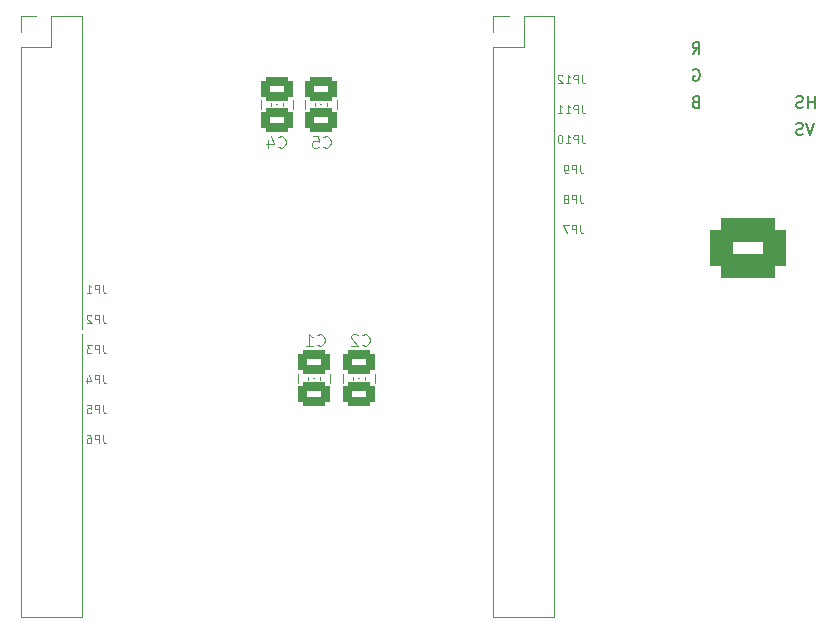
<source format=gbo>
G04 #@! TF.GenerationSoftware,KiCad,Pcbnew,8.0.8*
G04 #@! TF.CreationDate,2025-02-08T14:03:33+10:30*
G04 #@! TF.ProjectId,tt06-vga-interposer,74743036-2d76-4676-912d-696e74657270,rev?*
G04 #@! TF.SameCoordinates,Original*
G04 #@! TF.FileFunction,Legend,Bot*
G04 #@! TF.FilePolarity,Positive*
%FSLAX46Y46*%
G04 Gerber Fmt 4.6, Leading zero omitted, Abs format (unit mm)*
G04 Created by KiCad (PCBNEW 8.0.8) date 2025-02-08 14:03:33*
%MOMM*%
%LPD*%
G01*
G04 APERTURE LIST*
G04 Aperture macros list*
%AMRoundRect*
0 Rectangle with rounded corners*
0 $1 Rounding radius*
0 $2 $3 $4 $5 $6 $7 $8 $9 X,Y pos of 4 corners*
0 Add a 4 corners polygon primitive as box body*
4,1,4,$2,$3,$4,$5,$6,$7,$8,$9,$2,$3,0*
0 Add four circle primitives for the rounded corners*
1,1,$1+$1,$2,$3*
1,1,$1+$1,$4,$5*
1,1,$1+$1,$6,$7*
1,1,$1+$1,$8,$9*
0 Add four rect primitives between the rounded corners*
20,1,$1+$1,$2,$3,$4,$5,0*
20,1,$1+$1,$4,$5,$6,$7,0*
20,1,$1+$1,$6,$7,$8,$9,0*
20,1,$1+$1,$8,$9,$2,$3,0*%
%AMFreePoly0*
4,1,17,-0.500000,0.000000,-0.488573,0.106283,-0.438839,0.239624,-0.353553,0.353553,-0.239624,0.438839,-0.106283,0.488573,0.000000,0.500000,0.500000,0.500000,0.500000,-0.500000,0.000000,-0.500000,-0.106283,-0.488573,-0.239624,-0.438839,-0.353553,-0.353553,-0.438839,-0.239624,-0.488573,-0.106283,-0.500000,0.000000,-0.500000,0.000000,-0.500000,0.000000,$1*%
%AMFreePoly1*
4,1,16,-0.500000,0.500000,0.000000,0.500000,0.106283,0.488573,0.239624,0.438839,0.353553,0.353553,0.438839,0.239624,0.488573,0.106283,0.500000,0.000000,0.488573,-0.106283,0.438839,-0.239624,0.353553,-0.353553,0.239624,-0.438839,0.106283,-0.488573,0.000000,-0.500000,-0.500000,-0.500000,-0.500000,0.500000,-0.500000,0.500000,$1*%
G04 Aperture macros list end*
%ADD10C,0.200000*%
%ADD11C,0.100000*%
%ADD12C,0.120000*%
%ADD13R,1.700000X1.700000*%
%ADD14O,1.700000X1.700000*%
%ADD15RoundRect,1.000000X2.250000X-1.500000X2.250000X1.500000X-2.250000X1.500000X-2.250000X-1.500000X0*%
%ADD16R,1.600000X1.600000*%
%ADD17C,1.600000*%
%ADD18FreePoly0,0.000000*%
%ADD19FreePoly1,0.000000*%
%ADD20RoundRect,0.396226X0.953774X-0.653774X0.953774X0.653774X-0.953774X0.653774X-0.953774X-0.653774X0*%
G04 APERTURE END LIST*
D10*
X141418863Y-56906219D02*
X141085530Y-57906219D01*
X141085530Y-57906219D02*
X140752197Y-56906219D01*
X140466482Y-57858600D02*
X140323625Y-57906219D01*
X140323625Y-57906219D02*
X140085530Y-57906219D01*
X140085530Y-57906219D02*
X139990292Y-57858600D01*
X139990292Y-57858600D02*
X139942673Y-57810980D01*
X139942673Y-57810980D02*
X139895054Y-57715742D01*
X139895054Y-57715742D02*
X139895054Y-57620504D01*
X139895054Y-57620504D02*
X139942673Y-57525266D01*
X139942673Y-57525266D02*
X139990292Y-57477647D01*
X139990292Y-57477647D02*
X140085530Y-57430028D01*
X140085530Y-57430028D02*
X140276006Y-57382409D01*
X140276006Y-57382409D02*
X140371244Y-57334790D01*
X140371244Y-57334790D02*
X140418863Y-57287171D01*
X140418863Y-57287171D02*
X140466482Y-57191933D01*
X140466482Y-57191933D02*
X140466482Y-57096695D01*
X140466482Y-57096695D02*
X140418863Y-57001457D01*
X140418863Y-57001457D02*
X140371244Y-56953838D01*
X140371244Y-56953838D02*
X140276006Y-56906219D01*
X140276006Y-56906219D02*
X140037911Y-56906219D01*
X140037911Y-56906219D02*
X139895054Y-56953838D01*
X131373571Y-55096409D02*
X131230714Y-55144028D01*
X131230714Y-55144028D02*
X131183095Y-55191647D01*
X131183095Y-55191647D02*
X131135476Y-55286885D01*
X131135476Y-55286885D02*
X131135476Y-55429742D01*
X131135476Y-55429742D02*
X131183095Y-55524980D01*
X131183095Y-55524980D02*
X131230714Y-55572600D01*
X131230714Y-55572600D02*
X131325952Y-55620219D01*
X131325952Y-55620219D02*
X131706904Y-55620219D01*
X131706904Y-55620219D02*
X131706904Y-54620219D01*
X131706904Y-54620219D02*
X131373571Y-54620219D01*
X131373571Y-54620219D02*
X131278333Y-54667838D01*
X131278333Y-54667838D02*
X131230714Y-54715457D01*
X131230714Y-54715457D02*
X131183095Y-54810695D01*
X131183095Y-54810695D02*
X131183095Y-54905933D01*
X131183095Y-54905933D02*
X131230714Y-55001171D01*
X131230714Y-55001171D02*
X131278333Y-55048790D01*
X131278333Y-55048790D02*
X131373571Y-55096409D01*
X131373571Y-55096409D02*
X131706904Y-55096409D01*
X131183095Y-52381838D02*
X131278333Y-52334219D01*
X131278333Y-52334219D02*
X131421190Y-52334219D01*
X131421190Y-52334219D02*
X131564047Y-52381838D01*
X131564047Y-52381838D02*
X131659285Y-52477076D01*
X131659285Y-52477076D02*
X131706904Y-52572314D01*
X131706904Y-52572314D02*
X131754523Y-52762790D01*
X131754523Y-52762790D02*
X131754523Y-52905647D01*
X131754523Y-52905647D02*
X131706904Y-53096123D01*
X131706904Y-53096123D02*
X131659285Y-53191361D01*
X131659285Y-53191361D02*
X131564047Y-53286600D01*
X131564047Y-53286600D02*
X131421190Y-53334219D01*
X131421190Y-53334219D02*
X131325952Y-53334219D01*
X131325952Y-53334219D02*
X131183095Y-53286600D01*
X131183095Y-53286600D02*
X131135476Y-53238980D01*
X131135476Y-53238980D02*
X131135476Y-52905647D01*
X131135476Y-52905647D02*
X131325952Y-52905647D01*
X131135476Y-51048219D02*
X131468809Y-50572028D01*
X131706904Y-51048219D02*
X131706904Y-50048219D01*
X131706904Y-50048219D02*
X131325952Y-50048219D01*
X131325952Y-50048219D02*
X131230714Y-50095838D01*
X131230714Y-50095838D02*
X131183095Y-50143457D01*
X131183095Y-50143457D02*
X131135476Y-50238695D01*
X131135476Y-50238695D02*
X131135476Y-50381552D01*
X131135476Y-50381552D02*
X131183095Y-50476790D01*
X131183095Y-50476790D02*
X131230714Y-50524409D01*
X131230714Y-50524409D02*
X131325952Y-50572028D01*
X131325952Y-50572028D02*
X131706904Y-50572028D01*
X141466482Y-55620219D02*
X141466482Y-54620219D01*
X141466482Y-55096409D02*
X140895054Y-55096409D01*
X140895054Y-55620219D02*
X140895054Y-54620219D01*
X140466482Y-55572600D02*
X140323625Y-55620219D01*
X140323625Y-55620219D02*
X140085530Y-55620219D01*
X140085530Y-55620219D02*
X139990292Y-55572600D01*
X139990292Y-55572600D02*
X139942673Y-55524980D01*
X139942673Y-55524980D02*
X139895054Y-55429742D01*
X139895054Y-55429742D02*
X139895054Y-55334504D01*
X139895054Y-55334504D02*
X139942673Y-55239266D01*
X139942673Y-55239266D02*
X139990292Y-55191647D01*
X139990292Y-55191647D02*
X140085530Y-55144028D01*
X140085530Y-55144028D02*
X140276006Y-55096409D01*
X140276006Y-55096409D02*
X140371244Y-55048790D01*
X140371244Y-55048790D02*
X140418863Y-55001171D01*
X140418863Y-55001171D02*
X140466482Y-54905933D01*
X140466482Y-54905933D02*
X140466482Y-54810695D01*
X140466482Y-54810695D02*
X140418863Y-54715457D01*
X140418863Y-54715457D02*
X140371244Y-54667838D01*
X140371244Y-54667838D02*
X140276006Y-54620219D01*
X140276006Y-54620219D02*
X140037911Y-54620219D01*
X140037911Y-54620219D02*
X139895054Y-54667838D01*
D11*
X81228122Y-80771633D02*
X81228122Y-81271633D01*
X81228122Y-81271633D02*
X81261455Y-81371633D01*
X81261455Y-81371633D02*
X81328122Y-81438300D01*
X81328122Y-81438300D02*
X81428122Y-81471633D01*
X81428122Y-81471633D02*
X81494789Y-81471633D01*
X80894789Y-81471633D02*
X80894789Y-80771633D01*
X80894789Y-80771633D02*
X80628122Y-80771633D01*
X80628122Y-80771633D02*
X80561456Y-80804966D01*
X80561456Y-80804966D02*
X80528122Y-80838300D01*
X80528122Y-80838300D02*
X80494789Y-80904966D01*
X80494789Y-80904966D02*
X80494789Y-81004966D01*
X80494789Y-81004966D02*
X80528122Y-81071633D01*
X80528122Y-81071633D02*
X80561456Y-81104966D01*
X80561456Y-81104966D02*
X80628122Y-81138300D01*
X80628122Y-81138300D02*
X80894789Y-81138300D01*
X79861456Y-80771633D02*
X80194789Y-80771633D01*
X80194789Y-80771633D02*
X80228122Y-81104966D01*
X80228122Y-81104966D02*
X80194789Y-81071633D01*
X80194789Y-81071633D02*
X80128122Y-81038300D01*
X80128122Y-81038300D02*
X79961456Y-81038300D01*
X79961456Y-81038300D02*
X79894789Y-81071633D01*
X79894789Y-81071633D02*
X79861456Y-81104966D01*
X79861456Y-81104966D02*
X79828122Y-81171633D01*
X79828122Y-81171633D02*
X79828122Y-81338300D01*
X79828122Y-81338300D02*
X79861456Y-81404966D01*
X79861456Y-81404966D02*
X79894789Y-81438300D01*
X79894789Y-81438300D02*
X79961456Y-81471633D01*
X79961456Y-81471633D02*
X80128122Y-81471633D01*
X80128122Y-81471633D02*
X80194789Y-81438300D01*
X80194789Y-81438300D02*
X80228122Y-81404966D01*
X81228122Y-70611633D02*
X81228122Y-71111633D01*
X81228122Y-71111633D02*
X81261455Y-71211633D01*
X81261455Y-71211633D02*
X81328122Y-71278300D01*
X81328122Y-71278300D02*
X81428122Y-71311633D01*
X81428122Y-71311633D02*
X81494789Y-71311633D01*
X80894789Y-71311633D02*
X80894789Y-70611633D01*
X80894789Y-70611633D02*
X80628122Y-70611633D01*
X80628122Y-70611633D02*
X80561456Y-70644966D01*
X80561456Y-70644966D02*
X80528122Y-70678300D01*
X80528122Y-70678300D02*
X80494789Y-70744966D01*
X80494789Y-70744966D02*
X80494789Y-70844966D01*
X80494789Y-70844966D02*
X80528122Y-70911633D01*
X80528122Y-70911633D02*
X80561456Y-70944966D01*
X80561456Y-70944966D02*
X80628122Y-70978300D01*
X80628122Y-70978300D02*
X80894789Y-70978300D01*
X79828122Y-71311633D02*
X80228122Y-71311633D01*
X80028122Y-71311633D02*
X80028122Y-70611633D01*
X80028122Y-70611633D02*
X80094789Y-70711633D01*
X80094789Y-70711633D02*
X80161456Y-70778300D01*
X80161456Y-70778300D02*
X80228122Y-70811633D01*
X121614122Y-60451633D02*
X121614122Y-60951633D01*
X121614122Y-60951633D02*
X121647455Y-61051633D01*
X121647455Y-61051633D02*
X121714122Y-61118300D01*
X121714122Y-61118300D02*
X121814122Y-61151633D01*
X121814122Y-61151633D02*
X121880789Y-61151633D01*
X121280789Y-61151633D02*
X121280789Y-60451633D01*
X121280789Y-60451633D02*
X121014122Y-60451633D01*
X121014122Y-60451633D02*
X120947456Y-60484966D01*
X120947456Y-60484966D02*
X120914122Y-60518300D01*
X120914122Y-60518300D02*
X120880789Y-60584966D01*
X120880789Y-60584966D02*
X120880789Y-60684966D01*
X120880789Y-60684966D02*
X120914122Y-60751633D01*
X120914122Y-60751633D02*
X120947456Y-60784966D01*
X120947456Y-60784966D02*
X121014122Y-60818300D01*
X121014122Y-60818300D02*
X121280789Y-60818300D01*
X120547456Y-61151633D02*
X120414122Y-61151633D01*
X120414122Y-61151633D02*
X120347456Y-61118300D01*
X120347456Y-61118300D02*
X120314122Y-61084966D01*
X120314122Y-61084966D02*
X120247456Y-60984966D01*
X120247456Y-60984966D02*
X120214122Y-60851633D01*
X120214122Y-60851633D02*
X120214122Y-60584966D01*
X120214122Y-60584966D02*
X120247456Y-60518300D01*
X120247456Y-60518300D02*
X120280789Y-60484966D01*
X120280789Y-60484966D02*
X120347456Y-60451633D01*
X120347456Y-60451633D02*
X120480789Y-60451633D01*
X120480789Y-60451633D02*
X120547456Y-60484966D01*
X120547456Y-60484966D02*
X120580789Y-60518300D01*
X120580789Y-60518300D02*
X120614122Y-60584966D01*
X120614122Y-60584966D02*
X120614122Y-60751633D01*
X120614122Y-60751633D02*
X120580789Y-60818300D01*
X120580789Y-60818300D02*
X120547456Y-60851633D01*
X120547456Y-60851633D02*
X120480789Y-60884966D01*
X120480789Y-60884966D02*
X120347456Y-60884966D01*
X120347456Y-60884966D02*
X120280789Y-60851633D01*
X120280789Y-60851633D02*
X120247456Y-60818300D01*
X120247456Y-60818300D02*
X120214122Y-60751633D01*
X121772789Y-55371633D02*
X121772789Y-55871633D01*
X121772789Y-55871633D02*
X121806122Y-55971633D01*
X121806122Y-55971633D02*
X121872789Y-56038300D01*
X121872789Y-56038300D02*
X121972789Y-56071633D01*
X121972789Y-56071633D02*
X122039456Y-56071633D01*
X121439456Y-56071633D02*
X121439456Y-55371633D01*
X121439456Y-55371633D02*
X121172789Y-55371633D01*
X121172789Y-55371633D02*
X121106123Y-55404966D01*
X121106123Y-55404966D02*
X121072789Y-55438300D01*
X121072789Y-55438300D02*
X121039456Y-55504966D01*
X121039456Y-55504966D02*
X121039456Y-55604966D01*
X121039456Y-55604966D02*
X121072789Y-55671633D01*
X121072789Y-55671633D02*
X121106123Y-55704966D01*
X121106123Y-55704966D02*
X121172789Y-55738300D01*
X121172789Y-55738300D02*
X121439456Y-55738300D01*
X120372789Y-56071633D02*
X120772789Y-56071633D01*
X120572789Y-56071633D02*
X120572789Y-55371633D01*
X120572789Y-55371633D02*
X120639456Y-55471633D01*
X120639456Y-55471633D02*
X120706123Y-55538300D01*
X120706123Y-55538300D02*
X120772789Y-55571633D01*
X119706122Y-56071633D02*
X120106122Y-56071633D01*
X119906122Y-56071633D02*
X119906122Y-55371633D01*
X119906122Y-55371633D02*
X119972789Y-55471633D01*
X119972789Y-55471633D02*
X120039456Y-55538300D01*
X120039456Y-55538300D02*
X120106122Y-55571633D01*
X96051666Y-58909180D02*
X96099285Y-58956800D01*
X96099285Y-58956800D02*
X96242142Y-59004419D01*
X96242142Y-59004419D02*
X96337380Y-59004419D01*
X96337380Y-59004419D02*
X96480237Y-58956800D01*
X96480237Y-58956800D02*
X96575475Y-58861561D01*
X96575475Y-58861561D02*
X96623094Y-58766323D01*
X96623094Y-58766323D02*
X96670713Y-58575847D01*
X96670713Y-58575847D02*
X96670713Y-58432990D01*
X96670713Y-58432990D02*
X96623094Y-58242514D01*
X96623094Y-58242514D02*
X96575475Y-58147276D01*
X96575475Y-58147276D02*
X96480237Y-58052038D01*
X96480237Y-58052038D02*
X96337380Y-58004419D01*
X96337380Y-58004419D02*
X96242142Y-58004419D01*
X96242142Y-58004419D02*
X96099285Y-58052038D01*
X96099285Y-58052038D02*
X96051666Y-58099657D01*
X95194523Y-58337752D02*
X95194523Y-59004419D01*
X95432618Y-57956800D02*
X95670713Y-58671085D01*
X95670713Y-58671085D02*
X95051666Y-58671085D01*
X81228122Y-75691633D02*
X81228122Y-76191633D01*
X81228122Y-76191633D02*
X81261455Y-76291633D01*
X81261455Y-76291633D02*
X81328122Y-76358300D01*
X81328122Y-76358300D02*
X81428122Y-76391633D01*
X81428122Y-76391633D02*
X81494789Y-76391633D01*
X80894789Y-76391633D02*
X80894789Y-75691633D01*
X80894789Y-75691633D02*
X80628122Y-75691633D01*
X80628122Y-75691633D02*
X80561456Y-75724966D01*
X80561456Y-75724966D02*
X80528122Y-75758300D01*
X80528122Y-75758300D02*
X80494789Y-75824966D01*
X80494789Y-75824966D02*
X80494789Y-75924966D01*
X80494789Y-75924966D02*
X80528122Y-75991633D01*
X80528122Y-75991633D02*
X80561456Y-76024966D01*
X80561456Y-76024966D02*
X80628122Y-76058300D01*
X80628122Y-76058300D02*
X80894789Y-76058300D01*
X80261456Y-75691633D02*
X79828122Y-75691633D01*
X79828122Y-75691633D02*
X80061456Y-75958300D01*
X80061456Y-75958300D02*
X79961456Y-75958300D01*
X79961456Y-75958300D02*
X79894789Y-75991633D01*
X79894789Y-75991633D02*
X79861456Y-76024966D01*
X79861456Y-76024966D02*
X79828122Y-76091633D01*
X79828122Y-76091633D02*
X79828122Y-76258300D01*
X79828122Y-76258300D02*
X79861456Y-76324966D01*
X79861456Y-76324966D02*
X79894789Y-76358300D01*
X79894789Y-76358300D02*
X79961456Y-76391633D01*
X79961456Y-76391633D02*
X80161456Y-76391633D01*
X80161456Y-76391633D02*
X80228122Y-76358300D01*
X80228122Y-76358300D02*
X80261456Y-76324966D01*
X121614122Y-65531633D02*
X121614122Y-66031633D01*
X121614122Y-66031633D02*
X121647455Y-66131633D01*
X121647455Y-66131633D02*
X121714122Y-66198300D01*
X121714122Y-66198300D02*
X121814122Y-66231633D01*
X121814122Y-66231633D02*
X121880789Y-66231633D01*
X121280789Y-66231633D02*
X121280789Y-65531633D01*
X121280789Y-65531633D02*
X121014122Y-65531633D01*
X121014122Y-65531633D02*
X120947456Y-65564966D01*
X120947456Y-65564966D02*
X120914122Y-65598300D01*
X120914122Y-65598300D02*
X120880789Y-65664966D01*
X120880789Y-65664966D02*
X120880789Y-65764966D01*
X120880789Y-65764966D02*
X120914122Y-65831633D01*
X120914122Y-65831633D02*
X120947456Y-65864966D01*
X120947456Y-65864966D02*
X121014122Y-65898300D01*
X121014122Y-65898300D02*
X121280789Y-65898300D01*
X120647456Y-65531633D02*
X120180789Y-65531633D01*
X120180789Y-65531633D02*
X120480789Y-66231633D01*
X121772789Y-57911633D02*
X121772789Y-58411633D01*
X121772789Y-58411633D02*
X121806122Y-58511633D01*
X121806122Y-58511633D02*
X121872789Y-58578300D01*
X121872789Y-58578300D02*
X121972789Y-58611633D01*
X121972789Y-58611633D02*
X122039456Y-58611633D01*
X121439456Y-58611633D02*
X121439456Y-57911633D01*
X121439456Y-57911633D02*
X121172789Y-57911633D01*
X121172789Y-57911633D02*
X121106123Y-57944966D01*
X121106123Y-57944966D02*
X121072789Y-57978300D01*
X121072789Y-57978300D02*
X121039456Y-58044966D01*
X121039456Y-58044966D02*
X121039456Y-58144966D01*
X121039456Y-58144966D02*
X121072789Y-58211633D01*
X121072789Y-58211633D02*
X121106123Y-58244966D01*
X121106123Y-58244966D02*
X121172789Y-58278300D01*
X121172789Y-58278300D02*
X121439456Y-58278300D01*
X120372789Y-58611633D02*
X120772789Y-58611633D01*
X120572789Y-58611633D02*
X120572789Y-57911633D01*
X120572789Y-57911633D02*
X120639456Y-58011633D01*
X120639456Y-58011633D02*
X120706123Y-58078300D01*
X120706123Y-58078300D02*
X120772789Y-58111633D01*
X119939456Y-57911633D02*
X119872789Y-57911633D01*
X119872789Y-57911633D02*
X119806122Y-57944966D01*
X119806122Y-57944966D02*
X119772789Y-57978300D01*
X119772789Y-57978300D02*
X119739456Y-58044966D01*
X119739456Y-58044966D02*
X119706122Y-58178300D01*
X119706122Y-58178300D02*
X119706122Y-58344966D01*
X119706122Y-58344966D02*
X119739456Y-58478300D01*
X119739456Y-58478300D02*
X119772789Y-58544966D01*
X119772789Y-58544966D02*
X119806122Y-58578300D01*
X119806122Y-58578300D02*
X119872789Y-58611633D01*
X119872789Y-58611633D02*
X119939456Y-58611633D01*
X119939456Y-58611633D02*
X120006122Y-58578300D01*
X120006122Y-58578300D02*
X120039456Y-58544966D01*
X120039456Y-58544966D02*
X120072789Y-58478300D01*
X120072789Y-58478300D02*
X120106122Y-58344966D01*
X120106122Y-58344966D02*
X120106122Y-58178300D01*
X120106122Y-58178300D02*
X120072789Y-58044966D01*
X120072789Y-58044966D02*
X120039456Y-57978300D01*
X120039456Y-57978300D02*
X120006122Y-57944966D01*
X120006122Y-57944966D02*
X119939456Y-57911633D01*
X121772789Y-52831633D02*
X121772789Y-53331633D01*
X121772789Y-53331633D02*
X121806122Y-53431633D01*
X121806122Y-53431633D02*
X121872789Y-53498300D01*
X121872789Y-53498300D02*
X121972789Y-53531633D01*
X121972789Y-53531633D02*
X122039456Y-53531633D01*
X121439456Y-53531633D02*
X121439456Y-52831633D01*
X121439456Y-52831633D02*
X121172789Y-52831633D01*
X121172789Y-52831633D02*
X121106123Y-52864966D01*
X121106123Y-52864966D02*
X121072789Y-52898300D01*
X121072789Y-52898300D02*
X121039456Y-52964966D01*
X121039456Y-52964966D02*
X121039456Y-53064966D01*
X121039456Y-53064966D02*
X121072789Y-53131633D01*
X121072789Y-53131633D02*
X121106123Y-53164966D01*
X121106123Y-53164966D02*
X121172789Y-53198300D01*
X121172789Y-53198300D02*
X121439456Y-53198300D01*
X120372789Y-53531633D02*
X120772789Y-53531633D01*
X120572789Y-53531633D02*
X120572789Y-52831633D01*
X120572789Y-52831633D02*
X120639456Y-52931633D01*
X120639456Y-52931633D02*
X120706123Y-52998300D01*
X120706123Y-52998300D02*
X120772789Y-53031633D01*
X120106122Y-52898300D02*
X120072789Y-52864966D01*
X120072789Y-52864966D02*
X120006122Y-52831633D01*
X120006122Y-52831633D02*
X119839456Y-52831633D01*
X119839456Y-52831633D02*
X119772789Y-52864966D01*
X119772789Y-52864966D02*
X119739456Y-52898300D01*
X119739456Y-52898300D02*
X119706122Y-52964966D01*
X119706122Y-52964966D02*
X119706122Y-53031633D01*
X119706122Y-53031633D02*
X119739456Y-53131633D01*
X119739456Y-53131633D02*
X120139456Y-53531633D01*
X120139456Y-53531633D02*
X119706122Y-53531633D01*
X81228122Y-83311633D02*
X81228122Y-83811633D01*
X81228122Y-83811633D02*
X81261455Y-83911633D01*
X81261455Y-83911633D02*
X81328122Y-83978300D01*
X81328122Y-83978300D02*
X81428122Y-84011633D01*
X81428122Y-84011633D02*
X81494789Y-84011633D01*
X80894789Y-84011633D02*
X80894789Y-83311633D01*
X80894789Y-83311633D02*
X80628122Y-83311633D01*
X80628122Y-83311633D02*
X80561456Y-83344966D01*
X80561456Y-83344966D02*
X80528122Y-83378300D01*
X80528122Y-83378300D02*
X80494789Y-83444966D01*
X80494789Y-83444966D02*
X80494789Y-83544966D01*
X80494789Y-83544966D02*
X80528122Y-83611633D01*
X80528122Y-83611633D02*
X80561456Y-83644966D01*
X80561456Y-83644966D02*
X80628122Y-83678300D01*
X80628122Y-83678300D02*
X80894789Y-83678300D01*
X79894789Y-83311633D02*
X80028122Y-83311633D01*
X80028122Y-83311633D02*
X80094789Y-83344966D01*
X80094789Y-83344966D02*
X80128122Y-83378300D01*
X80128122Y-83378300D02*
X80194789Y-83478300D01*
X80194789Y-83478300D02*
X80228122Y-83611633D01*
X80228122Y-83611633D02*
X80228122Y-83878300D01*
X80228122Y-83878300D02*
X80194789Y-83944966D01*
X80194789Y-83944966D02*
X80161456Y-83978300D01*
X80161456Y-83978300D02*
X80094789Y-84011633D01*
X80094789Y-84011633D02*
X79961456Y-84011633D01*
X79961456Y-84011633D02*
X79894789Y-83978300D01*
X79894789Y-83978300D02*
X79861456Y-83944966D01*
X79861456Y-83944966D02*
X79828122Y-83878300D01*
X79828122Y-83878300D02*
X79828122Y-83711633D01*
X79828122Y-83711633D02*
X79861456Y-83644966D01*
X79861456Y-83644966D02*
X79894789Y-83611633D01*
X79894789Y-83611633D02*
X79961456Y-83578300D01*
X79961456Y-83578300D02*
X80094789Y-83578300D01*
X80094789Y-83578300D02*
X80161456Y-83611633D01*
X80161456Y-83611633D02*
X80194789Y-83644966D01*
X80194789Y-83644966D02*
X80228122Y-83711633D01*
X121614122Y-62991633D02*
X121614122Y-63491633D01*
X121614122Y-63491633D02*
X121647455Y-63591633D01*
X121647455Y-63591633D02*
X121714122Y-63658300D01*
X121714122Y-63658300D02*
X121814122Y-63691633D01*
X121814122Y-63691633D02*
X121880789Y-63691633D01*
X121280789Y-63691633D02*
X121280789Y-62991633D01*
X121280789Y-62991633D02*
X121014122Y-62991633D01*
X121014122Y-62991633D02*
X120947456Y-63024966D01*
X120947456Y-63024966D02*
X120914122Y-63058300D01*
X120914122Y-63058300D02*
X120880789Y-63124966D01*
X120880789Y-63124966D02*
X120880789Y-63224966D01*
X120880789Y-63224966D02*
X120914122Y-63291633D01*
X120914122Y-63291633D02*
X120947456Y-63324966D01*
X120947456Y-63324966D02*
X121014122Y-63358300D01*
X121014122Y-63358300D02*
X121280789Y-63358300D01*
X120480789Y-63291633D02*
X120547456Y-63258300D01*
X120547456Y-63258300D02*
X120580789Y-63224966D01*
X120580789Y-63224966D02*
X120614122Y-63158300D01*
X120614122Y-63158300D02*
X120614122Y-63124966D01*
X120614122Y-63124966D02*
X120580789Y-63058300D01*
X120580789Y-63058300D02*
X120547456Y-63024966D01*
X120547456Y-63024966D02*
X120480789Y-62991633D01*
X120480789Y-62991633D02*
X120347456Y-62991633D01*
X120347456Y-62991633D02*
X120280789Y-63024966D01*
X120280789Y-63024966D02*
X120247456Y-63058300D01*
X120247456Y-63058300D02*
X120214122Y-63124966D01*
X120214122Y-63124966D02*
X120214122Y-63158300D01*
X120214122Y-63158300D02*
X120247456Y-63224966D01*
X120247456Y-63224966D02*
X120280789Y-63258300D01*
X120280789Y-63258300D02*
X120347456Y-63291633D01*
X120347456Y-63291633D02*
X120480789Y-63291633D01*
X120480789Y-63291633D02*
X120547456Y-63324966D01*
X120547456Y-63324966D02*
X120580789Y-63358300D01*
X120580789Y-63358300D02*
X120614122Y-63424966D01*
X120614122Y-63424966D02*
X120614122Y-63558300D01*
X120614122Y-63558300D02*
X120580789Y-63624966D01*
X120580789Y-63624966D02*
X120547456Y-63658300D01*
X120547456Y-63658300D02*
X120480789Y-63691633D01*
X120480789Y-63691633D02*
X120347456Y-63691633D01*
X120347456Y-63691633D02*
X120280789Y-63658300D01*
X120280789Y-63658300D02*
X120247456Y-63624966D01*
X120247456Y-63624966D02*
X120214122Y-63558300D01*
X120214122Y-63558300D02*
X120214122Y-63424966D01*
X120214122Y-63424966D02*
X120247456Y-63358300D01*
X120247456Y-63358300D02*
X120280789Y-63324966D01*
X120280789Y-63324966D02*
X120347456Y-63291633D01*
X81228122Y-78231633D02*
X81228122Y-78731633D01*
X81228122Y-78731633D02*
X81261455Y-78831633D01*
X81261455Y-78831633D02*
X81328122Y-78898300D01*
X81328122Y-78898300D02*
X81428122Y-78931633D01*
X81428122Y-78931633D02*
X81494789Y-78931633D01*
X80894789Y-78931633D02*
X80894789Y-78231633D01*
X80894789Y-78231633D02*
X80628122Y-78231633D01*
X80628122Y-78231633D02*
X80561456Y-78264966D01*
X80561456Y-78264966D02*
X80528122Y-78298300D01*
X80528122Y-78298300D02*
X80494789Y-78364966D01*
X80494789Y-78364966D02*
X80494789Y-78464966D01*
X80494789Y-78464966D02*
X80528122Y-78531633D01*
X80528122Y-78531633D02*
X80561456Y-78564966D01*
X80561456Y-78564966D02*
X80628122Y-78598300D01*
X80628122Y-78598300D02*
X80894789Y-78598300D01*
X79894789Y-78464966D02*
X79894789Y-78931633D01*
X80061456Y-78198300D02*
X80228122Y-78698300D01*
X80228122Y-78698300D02*
X79794789Y-78698300D01*
X103163666Y-75673180D02*
X103211285Y-75720800D01*
X103211285Y-75720800D02*
X103354142Y-75768419D01*
X103354142Y-75768419D02*
X103449380Y-75768419D01*
X103449380Y-75768419D02*
X103592237Y-75720800D01*
X103592237Y-75720800D02*
X103687475Y-75625561D01*
X103687475Y-75625561D02*
X103735094Y-75530323D01*
X103735094Y-75530323D02*
X103782713Y-75339847D01*
X103782713Y-75339847D02*
X103782713Y-75196990D01*
X103782713Y-75196990D02*
X103735094Y-75006514D01*
X103735094Y-75006514D02*
X103687475Y-74911276D01*
X103687475Y-74911276D02*
X103592237Y-74816038D01*
X103592237Y-74816038D02*
X103449380Y-74768419D01*
X103449380Y-74768419D02*
X103354142Y-74768419D01*
X103354142Y-74768419D02*
X103211285Y-74816038D01*
X103211285Y-74816038D02*
X103163666Y-74863657D01*
X102782713Y-74863657D02*
X102735094Y-74816038D01*
X102735094Y-74816038D02*
X102639856Y-74768419D01*
X102639856Y-74768419D02*
X102401761Y-74768419D01*
X102401761Y-74768419D02*
X102306523Y-74816038D01*
X102306523Y-74816038D02*
X102258904Y-74863657D01*
X102258904Y-74863657D02*
X102211285Y-74958895D01*
X102211285Y-74958895D02*
X102211285Y-75054133D01*
X102211285Y-75054133D02*
X102258904Y-75196990D01*
X102258904Y-75196990D02*
X102830332Y-75768419D01*
X102830332Y-75768419D02*
X102211285Y-75768419D01*
X99353666Y-75673180D02*
X99401285Y-75720800D01*
X99401285Y-75720800D02*
X99544142Y-75768419D01*
X99544142Y-75768419D02*
X99639380Y-75768419D01*
X99639380Y-75768419D02*
X99782237Y-75720800D01*
X99782237Y-75720800D02*
X99877475Y-75625561D01*
X99877475Y-75625561D02*
X99925094Y-75530323D01*
X99925094Y-75530323D02*
X99972713Y-75339847D01*
X99972713Y-75339847D02*
X99972713Y-75196990D01*
X99972713Y-75196990D02*
X99925094Y-75006514D01*
X99925094Y-75006514D02*
X99877475Y-74911276D01*
X99877475Y-74911276D02*
X99782237Y-74816038D01*
X99782237Y-74816038D02*
X99639380Y-74768419D01*
X99639380Y-74768419D02*
X99544142Y-74768419D01*
X99544142Y-74768419D02*
X99401285Y-74816038D01*
X99401285Y-74816038D02*
X99353666Y-74863657D01*
X98401285Y-75768419D02*
X98972713Y-75768419D01*
X98686999Y-75768419D02*
X98686999Y-74768419D01*
X98686999Y-74768419D02*
X98782237Y-74911276D01*
X98782237Y-74911276D02*
X98877475Y-75006514D01*
X98877475Y-75006514D02*
X98972713Y-75054133D01*
X99861666Y-58909180D02*
X99909285Y-58956800D01*
X99909285Y-58956800D02*
X100052142Y-59004419D01*
X100052142Y-59004419D02*
X100147380Y-59004419D01*
X100147380Y-59004419D02*
X100290237Y-58956800D01*
X100290237Y-58956800D02*
X100385475Y-58861561D01*
X100385475Y-58861561D02*
X100433094Y-58766323D01*
X100433094Y-58766323D02*
X100480713Y-58575847D01*
X100480713Y-58575847D02*
X100480713Y-58432990D01*
X100480713Y-58432990D02*
X100433094Y-58242514D01*
X100433094Y-58242514D02*
X100385475Y-58147276D01*
X100385475Y-58147276D02*
X100290237Y-58052038D01*
X100290237Y-58052038D02*
X100147380Y-58004419D01*
X100147380Y-58004419D02*
X100052142Y-58004419D01*
X100052142Y-58004419D02*
X99909285Y-58052038D01*
X99909285Y-58052038D02*
X99861666Y-58099657D01*
X98956904Y-58004419D02*
X99433094Y-58004419D01*
X99433094Y-58004419D02*
X99480713Y-58480609D01*
X99480713Y-58480609D02*
X99433094Y-58432990D01*
X99433094Y-58432990D02*
X99337856Y-58385371D01*
X99337856Y-58385371D02*
X99099761Y-58385371D01*
X99099761Y-58385371D02*
X99004523Y-58432990D01*
X99004523Y-58432990D02*
X98956904Y-58480609D01*
X98956904Y-58480609D02*
X98909285Y-58575847D01*
X98909285Y-58575847D02*
X98909285Y-58813942D01*
X98909285Y-58813942D02*
X98956904Y-58909180D01*
X98956904Y-58909180D02*
X99004523Y-58956800D01*
X99004523Y-58956800D02*
X99099761Y-59004419D01*
X99099761Y-59004419D02*
X99337856Y-59004419D01*
X99337856Y-59004419D02*
X99433094Y-58956800D01*
X99433094Y-58956800D02*
X99480713Y-58909180D01*
X81228122Y-73151633D02*
X81228122Y-73651633D01*
X81228122Y-73651633D02*
X81261455Y-73751633D01*
X81261455Y-73751633D02*
X81328122Y-73818300D01*
X81328122Y-73818300D02*
X81428122Y-73851633D01*
X81428122Y-73851633D02*
X81494789Y-73851633D01*
X80894789Y-73851633D02*
X80894789Y-73151633D01*
X80894789Y-73151633D02*
X80628122Y-73151633D01*
X80628122Y-73151633D02*
X80561456Y-73184966D01*
X80561456Y-73184966D02*
X80528122Y-73218300D01*
X80528122Y-73218300D02*
X80494789Y-73284966D01*
X80494789Y-73284966D02*
X80494789Y-73384966D01*
X80494789Y-73384966D02*
X80528122Y-73451633D01*
X80528122Y-73451633D02*
X80561456Y-73484966D01*
X80561456Y-73484966D02*
X80628122Y-73518300D01*
X80628122Y-73518300D02*
X80894789Y-73518300D01*
X80228122Y-73218300D02*
X80194789Y-73184966D01*
X80194789Y-73184966D02*
X80128122Y-73151633D01*
X80128122Y-73151633D02*
X79961456Y-73151633D01*
X79961456Y-73151633D02*
X79894789Y-73184966D01*
X79894789Y-73184966D02*
X79861456Y-73218300D01*
X79861456Y-73218300D02*
X79828122Y-73284966D01*
X79828122Y-73284966D02*
X79828122Y-73351633D01*
X79828122Y-73351633D02*
X79861456Y-73451633D01*
X79861456Y-73451633D02*
X80261456Y-73851633D01*
X80261456Y-73851633D02*
X79828122Y-73851633D01*
D12*
X94557000Y-54955000D02*
X94557000Y-55695000D01*
X95397000Y-55178733D02*
X95397000Y-55471267D01*
X96417000Y-55178733D02*
X96417000Y-55471267D01*
X97277000Y-54955000D02*
X97277000Y-55695000D01*
D11*
X95967000Y-55325000D02*
G75*
G02*
X95867000Y-55325000I-50000J0D01*
G01*
X95867000Y-55325000D02*
G75*
G02*
X95967000Y-55325000I50000J0D01*
G01*
D12*
X114235000Y-47819000D02*
X115565000Y-47819000D01*
X114235000Y-49149000D02*
X114235000Y-47819000D01*
X114235000Y-50419000D02*
X116835000Y-50419000D01*
X114235000Y-98739000D02*
X114235000Y-50419000D01*
X114235000Y-98739000D02*
X119435000Y-98739000D01*
X116835000Y-47819000D02*
X119435000Y-47819000D01*
X116835000Y-50419000D02*
X116835000Y-47819000D01*
X119435000Y-98739000D02*
X119435000Y-47819000D01*
X101510000Y-78144000D02*
X101510000Y-78884000D01*
X102350000Y-78367733D02*
X102350000Y-78660267D01*
X103370000Y-78367733D02*
X103370000Y-78660267D01*
X104230000Y-78144000D02*
X104230000Y-78884000D01*
D11*
X102920000Y-78514000D02*
G75*
G02*
X102820000Y-78514000I-50000J0D01*
G01*
X102820000Y-78514000D02*
G75*
G02*
X102920000Y-78514000I50000J0D01*
G01*
D12*
X97700000Y-78144000D02*
X97700000Y-78884000D01*
X98540000Y-78367733D02*
X98540000Y-78660267D01*
X99560000Y-78367733D02*
X99560000Y-78660267D01*
X100420000Y-78144000D02*
X100420000Y-78884000D01*
D11*
X99110000Y-78514000D02*
G75*
G02*
X99010000Y-78514000I-50000J0D01*
G01*
X99010000Y-78514000D02*
G75*
G02*
X99110000Y-78514000I50000J0D01*
G01*
D12*
X74235000Y-47819000D02*
X75565000Y-47819000D01*
X74235000Y-49149000D02*
X74235000Y-47819000D01*
X74235000Y-50419000D02*
X76835000Y-50419000D01*
X74235000Y-98739000D02*
X74235000Y-50419000D01*
X74235000Y-98739000D02*
X79435000Y-98739000D01*
X76835000Y-47819000D02*
X79435000Y-47819000D01*
X76835000Y-50419000D02*
X76835000Y-47819000D01*
X79435000Y-98739000D02*
X79435000Y-47819000D01*
X98335000Y-54955000D02*
X98335000Y-55695000D01*
X99175000Y-55178733D02*
X99175000Y-55471267D01*
X100195000Y-55178733D02*
X100195000Y-55471267D01*
X101055000Y-54955000D02*
X101055000Y-55695000D01*
D11*
X99745000Y-55325000D02*
G75*
G02*
X99645000Y-55325000I-50000J0D01*
G01*
X99645000Y-55325000D02*
G75*
G02*
X99745000Y-55325000I50000J0D01*
G01*
%LPC*%
G36*
X80495000Y-82669000D02*
G01*
X80795000Y-82669000D01*
X80795000Y-81669000D01*
X80495000Y-81669000D01*
X80495000Y-82669000D01*
G37*
G36*
X80495000Y-72509000D02*
G01*
X80795000Y-72509000D01*
X80795000Y-71509000D01*
X80495000Y-71509000D01*
X80495000Y-72509000D01*
G37*
G36*
X120500000Y-62349000D02*
G01*
X120800000Y-62349000D01*
X120800000Y-61349000D01*
X120500000Y-61349000D01*
X120500000Y-62349000D01*
G37*
G36*
X120500000Y-57269000D02*
G01*
X120800000Y-57269000D01*
X120800000Y-56269000D01*
X120500000Y-56269000D01*
X120500000Y-57269000D01*
G37*
G36*
X80495000Y-77589000D02*
G01*
X80795000Y-77589000D01*
X80795000Y-76589000D01*
X80495000Y-76589000D01*
X80495000Y-77589000D01*
G37*
G36*
X120500000Y-67429000D02*
G01*
X120800000Y-67429000D01*
X120800000Y-66429000D01*
X120500000Y-66429000D01*
X120500000Y-67429000D01*
G37*
G36*
X120500000Y-59809000D02*
G01*
X120800000Y-59809000D01*
X120800000Y-58809000D01*
X120500000Y-58809000D01*
X120500000Y-59809000D01*
G37*
G36*
X120500000Y-54729000D02*
G01*
X120800000Y-54729000D01*
X120800000Y-53729000D01*
X120500000Y-53729000D01*
X120500000Y-54729000D01*
G37*
G36*
X80495000Y-85209000D02*
G01*
X80795000Y-85209000D01*
X80795000Y-84209000D01*
X80495000Y-84209000D01*
X80495000Y-85209000D01*
G37*
G36*
X120500000Y-64889000D02*
G01*
X120800000Y-64889000D01*
X120800000Y-63889000D01*
X120500000Y-63889000D01*
X120500000Y-64889000D01*
G37*
G36*
X80495000Y-80129000D02*
G01*
X80795000Y-80129000D01*
X80795000Y-79129000D01*
X80495000Y-79129000D01*
X80495000Y-80129000D01*
G37*
G36*
X80480000Y-75049000D02*
G01*
X80780000Y-75049000D01*
X80780000Y-74049000D01*
X80480000Y-74049000D01*
X80480000Y-75049000D01*
G37*
D13*
X99060000Y-84836000D03*
X109347000Y-61849000D03*
D14*
X106807000Y-61849000D03*
D13*
X75565000Y-44069000D03*
D14*
X78105000Y-44069000D03*
X80645000Y-44069000D03*
X83185000Y-44069000D03*
D13*
X104780000Y-94869000D03*
D14*
X104780000Y-97409000D03*
X102240000Y-94869000D03*
X102240000Y-97409000D03*
X99700000Y-94869000D03*
X99700000Y-97409000D03*
X97160000Y-94869000D03*
X97160000Y-97409000D03*
X94620000Y-94869000D03*
X94620000Y-97409000D03*
X92080000Y-94869000D03*
X92080000Y-97409000D03*
X89540000Y-94869000D03*
X89540000Y-97409000D03*
D13*
X101727000Y-60833000D03*
D14*
X99187000Y-60833000D03*
D13*
X89535000Y-45593000D03*
D14*
X89535000Y-43053000D03*
X92075000Y-45593000D03*
X92075000Y-43053000D03*
X94615000Y-45593000D03*
X94615000Y-43053000D03*
X97155000Y-45593000D03*
X97155000Y-43053000D03*
X99695000Y-45593000D03*
X99695000Y-43053000D03*
X102235000Y-45593000D03*
X102235000Y-43053000D03*
X104775000Y-45593000D03*
X104775000Y-43053000D03*
X107315000Y-45593000D03*
X107315000Y-43053000D03*
X109855000Y-45593000D03*
X109855000Y-43053000D03*
D13*
X102870000Y-84836000D03*
X114427000Y-44069000D03*
D14*
X116967000Y-44069000D03*
X119507000Y-44069000D03*
X122047000Y-44069000D03*
D13*
X123185000Y-49149000D03*
D14*
X125725000Y-49149000D03*
X123185000Y-51689000D03*
X125725000Y-51689000D03*
X123185000Y-54229000D03*
X125725000Y-54229000D03*
X123185000Y-56769000D03*
X125725000Y-56769000D03*
X123185000Y-59309000D03*
X125725000Y-59309000D03*
X123185000Y-61849000D03*
X125725000Y-61849000D03*
X123185000Y-64389000D03*
X125725000Y-64389000D03*
X123185000Y-66929000D03*
X125725000Y-66929000D03*
X123185000Y-69469000D03*
X125725000Y-69469000D03*
X123185000Y-72009000D03*
X125725000Y-72009000D03*
X123185000Y-74549000D03*
X125725000Y-74549000D03*
X123185000Y-77089000D03*
X125725000Y-77089000D03*
X123185000Y-79629000D03*
X125725000Y-79629000D03*
X123185000Y-82169000D03*
X125725000Y-82169000D03*
X123185000Y-84709000D03*
X125725000Y-84709000D03*
X123185000Y-87249000D03*
X125725000Y-87249000D03*
X123185000Y-89789000D03*
X125725000Y-89789000D03*
X123185000Y-92329000D03*
X125725000Y-92329000D03*
X123185000Y-94869000D03*
X125725000Y-94869000D03*
X123185000Y-97409000D03*
X125725000Y-97409000D03*
D13*
X83185000Y-49149000D03*
D14*
X85725000Y-49149000D03*
X83185000Y-51689000D03*
X85725000Y-51689000D03*
X83185000Y-54229000D03*
X85725000Y-54229000D03*
X83185000Y-56769000D03*
X85725000Y-56769000D03*
X83185000Y-59309000D03*
X85725000Y-59309000D03*
X83185000Y-61849000D03*
X85725000Y-61849000D03*
X83185000Y-64389000D03*
X85725000Y-64389000D03*
X83185000Y-66929000D03*
X85725000Y-66929000D03*
X83185000Y-69469000D03*
X85725000Y-69469000D03*
X83185000Y-72009000D03*
X85725000Y-72009000D03*
X83185000Y-74549000D03*
X85725000Y-74549000D03*
X83185000Y-77089000D03*
X85725000Y-77089000D03*
X83185000Y-79629000D03*
X85725000Y-79629000D03*
X83185000Y-82169000D03*
X85725000Y-82169000D03*
X83185000Y-84709000D03*
X85725000Y-84709000D03*
X83185000Y-87249000D03*
X85725000Y-87249000D03*
X83185000Y-89789000D03*
X85725000Y-89789000D03*
X83185000Y-92329000D03*
X85725000Y-92329000D03*
X83185000Y-94869000D03*
X85725000Y-94869000D03*
X83185000Y-97409000D03*
X85725000Y-97409000D03*
D13*
X109855000Y-77724000D03*
D14*
X107315000Y-77724000D03*
D13*
X95250000Y-84836000D03*
D15*
X135833000Y-67474000D03*
X135833000Y-42474000D03*
D16*
X133223000Y-50659000D03*
D17*
X133223000Y-52949000D03*
X133223000Y-55239000D03*
X133223000Y-57529000D03*
X133223000Y-59819000D03*
X135763000Y-49514000D03*
X135763000Y-51804000D03*
X135763000Y-54094000D03*
X135763000Y-56384000D03*
X135763000Y-58674000D03*
X138303000Y-50659000D03*
X138303000Y-52949000D03*
X138303000Y-55239000D03*
X138303000Y-57529000D03*
X138303000Y-59819000D03*
D18*
X79995000Y-82169000D03*
D19*
X81295000Y-82169000D03*
D18*
X79995000Y-72009000D03*
D19*
X81295000Y-72009000D03*
D18*
X120000000Y-61849000D03*
D19*
X121300000Y-61849000D03*
D18*
X120000000Y-56769000D03*
D19*
X121300000Y-56769000D03*
D20*
X95917000Y-56675000D03*
X95917000Y-53975000D03*
D18*
X79995000Y-77089000D03*
D19*
X81295000Y-77089000D03*
D18*
X120000000Y-66929000D03*
D19*
X121300000Y-66929000D03*
D13*
X115565000Y-49149000D03*
D14*
X118105000Y-49149000D03*
X115565000Y-51689000D03*
X118105000Y-51689000D03*
X115565000Y-54229000D03*
X118105000Y-54229000D03*
X115565000Y-56769000D03*
X118105000Y-56769000D03*
X115565000Y-59309000D03*
X118105000Y-59309000D03*
X115565000Y-61849000D03*
X118105000Y-61849000D03*
X115565000Y-64389000D03*
X118105000Y-64389000D03*
X115565000Y-66929000D03*
X118105000Y-66929000D03*
X115565000Y-69469000D03*
X118105000Y-69469000D03*
X115565000Y-72009000D03*
X118105000Y-72009000D03*
X115565000Y-74549000D03*
X118105000Y-74549000D03*
X115565000Y-77089000D03*
X118105000Y-77089000D03*
X115565000Y-79629000D03*
X118105000Y-79629000D03*
X115565000Y-82169000D03*
X118105000Y-82169000D03*
X115565000Y-84709000D03*
X118105000Y-84709000D03*
X115565000Y-87249000D03*
X118105000Y-87249000D03*
X115565000Y-89789000D03*
X118105000Y-89789000D03*
X115565000Y-92329000D03*
X118105000Y-92329000D03*
X115565000Y-94869000D03*
X118105000Y-94869000D03*
X115565000Y-97409000D03*
X118105000Y-97409000D03*
D18*
X120000000Y-59309000D03*
D19*
X121300000Y-59309000D03*
D18*
X120000000Y-54229000D03*
D19*
X121300000Y-54229000D03*
D18*
X79995000Y-84709000D03*
D19*
X81295000Y-84709000D03*
D18*
X120000000Y-64389000D03*
D19*
X121300000Y-64389000D03*
D18*
X79995000Y-79629000D03*
D19*
X81295000Y-79629000D03*
D20*
X102870000Y-79864000D03*
X102870000Y-77164000D03*
X99060000Y-79864000D03*
X99060000Y-77164000D03*
D13*
X75565000Y-49149000D03*
D14*
X78105000Y-49149000D03*
X75565000Y-51689000D03*
X78105000Y-51689000D03*
X75565000Y-54229000D03*
X78105000Y-54229000D03*
X75565000Y-56769000D03*
X78105000Y-56769000D03*
X75565000Y-59309000D03*
X78105000Y-59309000D03*
X75565000Y-61849000D03*
X78105000Y-61849000D03*
X75565000Y-64389000D03*
X78105000Y-64389000D03*
X75565000Y-66929000D03*
X78105000Y-66929000D03*
X75565000Y-69469000D03*
X78105000Y-69469000D03*
X75565000Y-72009000D03*
X78105000Y-72009000D03*
X75565000Y-74549000D03*
X78105000Y-74549000D03*
X75565000Y-77089000D03*
X78105000Y-77089000D03*
X75565000Y-79629000D03*
X78105000Y-79629000D03*
X75565000Y-82169000D03*
X78105000Y-82169000D03*
X75565000Y-84709000D03*
X78105000Y-84709000D03*
X75565000Y-87249000D03*
X78105000Y-87249000D03*
X75565000Y-89789000D03*
X78105000Y-89789000D03*
X75565000Y-92329000D03*
X78105000Y-92329000D03*
X75565000Y-94869000D03*
X78105000Y-94869000D03*
X75565000Y-97409000D03*
X78105000Y-97409000D03*
D20*
X99695000Y-56675000D03*
X99695000Y-53975000D03*
D18*
X79980000Y-74549000D03*
D19*
X81280000Y-74549000D03*
%LPD*%
M02*

</source>
